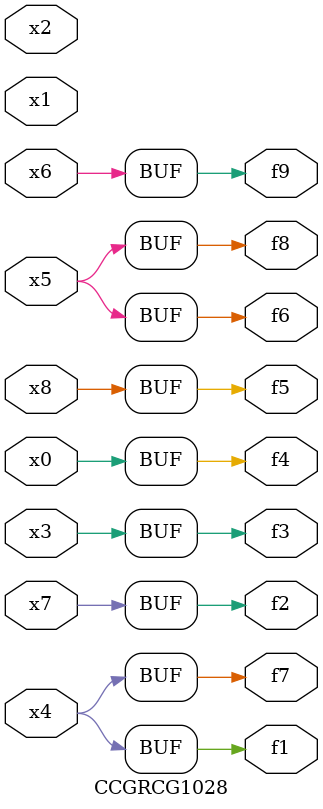
<source format=v>
module CCGRCG1028(
	input x0, x1, x2, x3, x4, x5, x6, x7, x8,
	output f1, f2, f3, f4, f5, f6, f7, f8, f9
);
	assign f1 = x4;
	assign f2 = x7;
	assign f3 = x3;
	assign f4 = x0;
	assign f5 = x8;
	assign f6 = x5;
	assign f7 = x4;
	assign f8 = x5;
	assign f9 = x6;
endmodule

</source>
